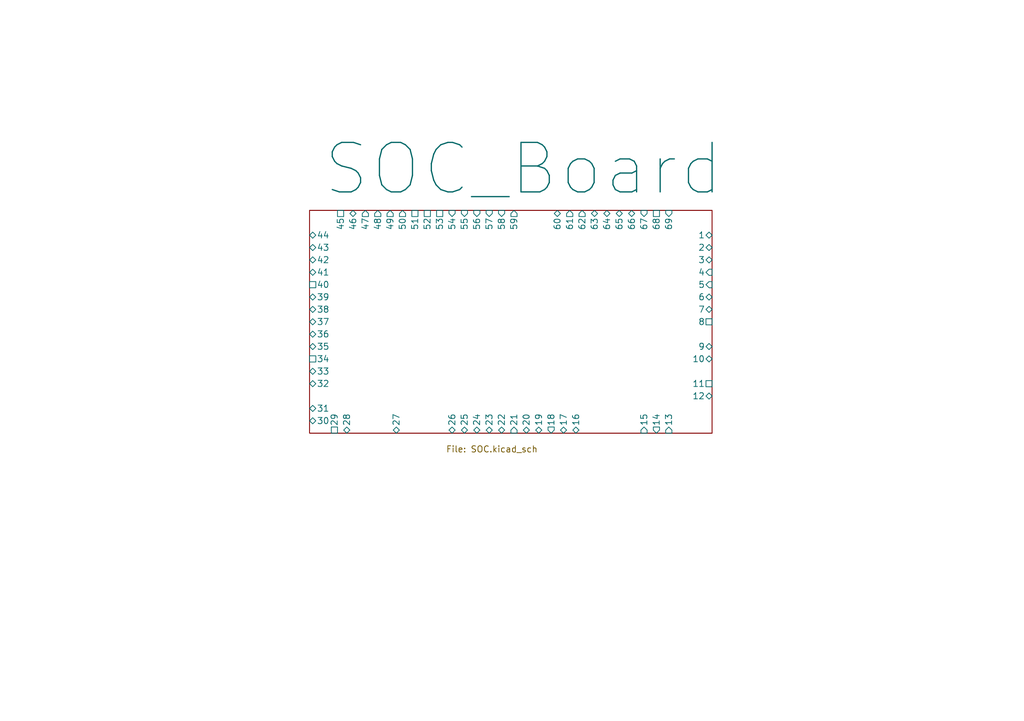
<source format=kicad_sch>
(kicad_sch
	(version 20231120)
	(generator "eeschema")
	(generator_version "8.0")
	(uuid "296a8018-e303-48ec-bf53-ad7d341748c5")
	(paper "A5")
	(lib_symbols)
	(sheet
		(at 63.5 43.18)
		(size 82.55 45.72)
		(stroke
			(width 0.1524)
			(type solid)
		)
		(fill
			(color 0 0 0 0.0000)
		)
		(uuid "d7f86b17-8590-4ed3-897c-0360c7414eba")
		(property "Sheetname" "SOC_Board"
			(at 66.04 40.64 0)
			(effects
				(font
					(size 10.16 10.16)
					(thickness 0.254)
					(bold yes)
				)
				(justify left bottom)
			)
		)
		(property "Sheetfile" "SOC.kicad_sch"
			(at 91.44 91.44 0)
			(effects
				(font
					(size 1.27 1.27)
				)
				(justify left top)
			)
		)
		(pin "37" bidirectional
			(at 63.5 66.04 180)
			(effects
				(font
					(size 1.27 1.27)
				)
				(justify left)
			)
			(uuid "84ef6641-9e26-486f-9e0f-a996d62af472")
		)
		(pin "36" bidirectional
			(at 63.5 68.58 180)
			(effects
				(font
					(size 1.27 1.27)
				)
				(justify left)
			)
			(uuid "9c6c07c5-21d2-4f17-a634-98e84f22ee5c")
		)
		(pin "35" bidirectional
			(at 63.5 71.12 180)
			(effects
				(font
					(size 1.27 1.27)
				)
				(justify left)
			)
			(uuid "65fbad27-9328-47a4-9faf-04b6c60868c4")
		)
		(pin "11" passive
			(at 146.05 78.74 0)
			(effects
				(font
					(size 1.27 1.27)
				)
				(justify right)
			)
			(uuid "e5b27cb0-f1cd-4318-b0d3-cd5c9099a2c1")
		)
		(pin "12" bidirectional
			(at 146.05 81.28 0)
			(effects
				(font
					(size 1.27 1.27)
				)
				(justify right)
			)
			(uuid "1cb53282-448a-494e-b473-4479222ddb12")
		)
		(pin "15" input
			(at 132.08 88.9 270)
			(effects
				(font
					(size 1.27 1.27)
				)
				(justify left)
			)
			(uuid "ccd34310-11e0-47ad-b724-f40dc6660f48")
		)
		(pin "14" output
			(at 134.62 88.9 270)
			(effects
				(font
					(size 1.27 1.27)
				)
				(justify left)
			)
			(uuid "3cd4d418-50ca-4a7a-ab7c-7cc887a79a67")
		)
		(pin "13" input
			(at 137.16 88.9 270)
			(effects
				(font
					(size 1.27 1.27)
				)
				(justify left)
			)
			(uuid "63f3d42a-0269-4f46-9499-fccf776f5d16")
		)
		(pin "10" bidirectional
			(at 146.05 73.66 0)
			(effects
				(font
					(size 1.27 1.27)
				)
				(justify right)
			)
			(uuid "c7b9bad3-d576-46a2-b5b9-3fcee0f2d958")
		)
		(pin "9" bidirectional
			(at 146.05 71.12 0)
			(effects
				(font
					(size 1.27 1.27)
				)
				(justify right)
			)
			(uuid "afe05b5d-5f71-4b21-afdc-31dd19f982c4")
		)
		(pin "8" passive
			(at 146.05 66.04 0)
			(effects
				(font
					(size 1.27 1.27)
				)
				(justify right)
			)
			(uuid "1a1dfde5-f1c7-416e-bab6-e052e0879e00")
		)
		(pin "7" bidirectional
			(at 146.05 63.5 0)
			(effects
				(font
					(size 1.27 1.27)
				)
				(justify right)
			)
			(uuid "f9dfac29-47c7-4fa8-84ff-7da67100bd33")
		)
		(pin "1" bidirectional
			(at 146.05 48.26 0)
			(effects
				(font
					(size 1.27 1.27)
				)
				(justify right)
			)
			(uuid "e3da0169-d501-46a9-8da4-0d473565203f")
		)
		(pin "2" bidirectional
			(at 146.05 50.8 0)
			(effects
				(font
					(size 1.27 1.27)
				)
				(justify right)
			)
			(uuid "d1099d74-a6a9-4aae-91b0-4ddd91a875e0")
		)
		(pin "3" bidirectional
			(at 146.05 53.34 0)
			(effects
				(font
					(size 1.27 1.27)
				)
				(justify right)
			)
			(uuid "70942cc0-b4f3-4067-9719-6c9da37f57fe")
		)
		(pin "5" input
			(at 146.05 58.42 0)
			(effects
				(font
					(size 1.27 1.27)
				)
				(justify right)
			)
			(uuid "35c55c70-4fac-4c97-809e-aabd5de1a750")
		)
		(pin "4" input
			(at 146.05 55.88 0)
			(effects
				(font
					(size 1.27 1.27)
				)
				(justify right)
			)
			(uuid "5c3ef5e3-d2b7-4d20-a7fe-1938a0253de8")
		)
		(pin "6" bidirectional
			(at 146.05 60.96 0)
			(effects
				(font
					(size 1.27 1.27)
				)
				(justify right)
			)
			(uuid "f67e3e99-38dc-407c-a765-567aa1ad0b96")
		)
		(pin "38" bidirectional
			(at 63.5 63.5 180)
			(effects
				(font
					(size 1.27 1.27)
				)
				(justify left)
			)
			(uuid "04220aca-d9a7-4596-9491-a04870c94c5e")
		)
		(pin "41" bidirectional
			(at 63.5 55.88 180)
			(effects
				(font
					(size 1.27 1.27)
				)
				(justify left)
			)
			(uuid "e642d7d6-3311-4dd4-995c-042b9b83f5ee")
		)
		(pin "44" bidirectional
			(at 63.5 48.26 180)
			(effects
				(font
					(size 1.27 1.27)
				)
				(justify left)
			)
			(uuid "6da18561-69ef-4584-9550-4abdf0dffed0")
		)
		(pin "43" bidirectional
			(at 63.5 50.8 180)
			(effects
				(font
					(size 1.27 1.27)
				)
				(justify left)
			)
			(uuid "66730274-764c-42e6-b5a8-2169a3e43fd1")
		)
		(pin "42" bidirectional
			(at 63.5 53.34 180)
			(effects
				(font
					(size 1.27 1.27)
				)
				(justify left)
			)
			(uuid "32ab16c8-46e6-426b-b04f-f033a7ea4425")
		)
		(pin "39" bidirectional
			(at 63.5 60.96 180)
			(effects
				(font
					(size 1.27 1.27)
				)
				(justify left)
			)
			(uuid "2eb65432-12f7-442a-a8aa-407cb69eaa34")
		)
		(pin "32" bidirectional
			(at 63.5 78.74 180)
			(effects
				(font
					(size 1.27 1.27)
				)
				(justify left)
			)
			(uuid "012bf4a6-ee76-4775-b0ee-029b81a11c2a")
		)
		(pin "33" bidirectional
			(at 63.5 76.2 180)
			(effects
				(font
					(size 1.27 1.27)
				)
				(justify left)
			)
			(uuid "c2a9c92b-7053-45d3-adfd-77b66051eb0c")
		)
		(pin "34" passive
			(at 63.5 73.66 180)
			(effects
				(font
					(size 1.27 1.27)
				)
				(justify left)
			)
			(uuid "ebac58ab-ba9a-424b-9da6-2a817e569085")
		)
		(pin "67" input
			(at 132.08 43.18 90)
			(effects
				(font
					(size 1.27 1.27)
				)
				(justify right)
			)
			(uuid "7ad33fd2-95a8-4d31-8cbd-d96629531fc0")
		)
		(pin "68" passive
			(at 134.62 43.18 90)
			(effects
				(font
					(size 1.27 1.27)
				)
				(justify right)
			)
			(uuid "0ab3d055-74d4-464a-b702-21e9e03c3b11")
		)
		(pin "66" bidirectional
			(at 129.54 43.18 90)
			(effects
				(font
					(size 1.27 1.27)
				)
				(justify right)
			)
			(uuid "caae6769-957b-4117-9968-db4316808c80")
		)
		(pin "64" bidirectional
			(at 124.46 43.18 90)
			(effects
				(font
					(size 1.27 1.27)
				)
				(justify right)
			)
			(uuid "700fd7a2-d81d-4b02-a145-f319af801d92")
		)
		(pin "65" bidirectional
			(at 127 43.18 90)
			(effects
				(font
					(size 1.27 1.27)
				)
				(justify right)
			)
			(uuid "0de4b849-3433-4c3d-aa37-0ba9e573a87f")
		)
		(pin "60" bidirectional
			(at 114.3 43.18 90)
			(effects
				(font
					(size 1.27 1.27)
				)
				(justify right)
			)
			(uuid "4036a52f-4650-42f3-a4e5-fafd29acde19")
		)
		(pin "63" bidirectional
			(at 121.92 43.18 90)
			(effects
				(font
					(size 1.27 1.27)
				)
				(justify right)
			)
			(uuid "aa739ca1-5bad-48ae-a792-2157b589e338")
		)
		(pin "62" output
			(at 119.38 43.18 90)
			(effects
				(font
					(size 1.27 1.27)
				)
				(justify right)
			)
			(uuid "2823268d-cffc-49c0-a89f-4d9706ee6658")
		)
		(pin "61" output
			(at 116.84 43.18 90)
			(effects
				(font
					(size 1.27 1.27)
				)
				(justify right)
			)
			(uuid "99702532-ea77-4ee5-841c-2f8145ace57b")
		)
		(pin "69" input
			(at 137.16 43.18 90)
			(effects
				(font
					(size 1.27 1.27)
				)
				(justify right)
			)
			(uuid "943be5e9-6b1d-42c8-a63d-c231f62fbf79")
		)
		(pin "55" input
			(at 95.25 43.18 90)
			(effects
				(font
					(size 1.27 1.27)
				)
				(justify right)
			)
			(uuid "13471804-4e2e-424b-948c-7869c3bf45d0")
		)
		(pin "59" output
			(at 105.41 43.18 90)
			(effects
				(font
					(size 1.27 1.27)
				)
				(justify right)
			)
			(uuid "9d163824-ca1b-4235-a07f-17bc1dc4823b")
		)
		(pin "58" input
			(at 102.87 43.18 90)
			(effects
				(font
					(size 1.27 1.27)
				)
				(justify right)
			)
			(uuid "77e7de8a-9623-41a8-bd21-e62d254c7116")
		)
		(pin "57" input
			(at 100.33 43.18 90)
			(effects
				(font
					(size 1.27 1.27)
				)
				(justify right)
			)
			(uuid "df134968-8579-4fd4-9e59-bb83194b2ec8")
		)
		(pin "50" output
			(at 82.55 43.18 90)
			(effects
				(font
					(size 1.27 1.27)
				)
				(justify right)
			)
			(uuid "c922bdf8-68d0-4183-b76f-a2b7ea27466b")
		)
		(pin "53" passive
			(at 90.17 43.18 90)
			(effects
				(font
					(size 1.27 1.27)
				)
				(justify right)
			)
			(uuid "38a90d33-78f4-457d-8509-b51beaa552f4")
		)
		(pin "56" input
			(at 97.79 43.18 90)
			(effects
				(font
					(size 1.27 1.27)
				)
				(justify right)
			)
			(uuid "18c3dad4-30ca-4be3-9b09-2fdfea371e35")
		)
		(pin "54" input
			(at 92.71 43.18 90)
			(effects
				(font
					(size 1.27 1.27)
				)
				(justify right)
			)
			(uuid "38b68d3f-4eba-4d01-af32-6a339b7ae31e")
		)
		(pin "52" passive
			(at 87.63 43.18 90)
			(effects
				(font
					(size 1.27 1.27)
				)
				(justify right)
			)
			(uuid "ff1e9716-d470-4399-9a77-e11406fc4525")
		)
		(pin "51" passive
			(at 85.09 43.18 90)
			(effects
				(font
					(size 1.27 1.27)
				)
				(justify right)
			)
			(uuid "ac19c838-cb4c-4fd2-94c0-c97636a4b792")
		)
		(pin "25" bidirectional
			(at 95.25 88.9 270)
			(effects
				(font
					(size 1.27 1.27)
				)
				(justify left)
			)
			(uuid "a75c9e05-d859-46f6-92ec-8ec2cf61af12")
		)
		(pin "26" bidirectional
			(at 92.71 88.9 270)
			(effects
				(font
					(size 1.27 1.27)
				)
				(justify left)
			)
			(uuid "b681b97d-d5ae-4a5e-9bd2-2dd9910af9ae")
		)
		(pin "24" bidirectional
			(at 97.79 88.9 270)
			(effects
				(font
					(size 1.27 1.27)
				)
				(justify left)
			)
			(uuid "99db51fb-539f-4a12-8613-6e5cecbd5aca")
		)
		(pin "27" bidirectional
			(at 81.28 88.9 270)
			(effects
				(font
					(size 1.27 1.27)
				)
				(justify left)
			)
			(uuid "7db87794-5071-4847-9ce1-2b8652be6f1a")
		)
		(pin "23" bidirectional
			(at 100.33 88.9 270)
			(effects
				(font
					(size 1.27 1.27)
				)
				(justify left)
			)
			(uuid "b6f0e9ce-2f2b-4b08-83e8-dc40f770f8af")
		)
		(pin "21" input
			(at 105.41 88.9 270)
			(effects
				(font
					(size 1.27 1.27)
				)
				(justify left)
			)
			(uuid "ec8743e0-b77d-46e7-8cfe-3fc762c7e8ba")
		)
		(pin "22" bidirectional
			(at 102.87 88.9 270)
			(effects
				(font
					(size 1.27 1.27)
				)
				(justify left)
			)
			(uuid "8a4fddb1-e94c-4f81-a59a-9bd2745fa133")
		)
		(pin "16" bidirectional
			(at 118.11 88.9 270)
			(effects
				(font
					(size 1.27 1.27)
				)
				(justify left)
			)
			(uuid "70fdfd6f-9847-44ae-840d-26da5a5a5bf6")
		)
		(pin "19" bidirectional
			(at 110.49 88.9 270)
			(effects
				(font
					(size 1.27 1.27)
				)
				(justify left)
			)
			(uuid "fdd6d1aa-d7de-42de-888b-8c6b945f2a2f")
		)
		(pin "17" bidirectional
			(at 115.57 88.9 270)
			(effects
				(font
					(size 1.27 1.27)
				)
				(justify left)
			)
			(uuid "61c5f946-5706-4549-904e-07e8e4b95354")
		)
		(pin "20" bidirectional
			(at 107.95 88.9 270)
			(effects
				(font
					(size 1.27 1.27)
				)
				(justify left)
			)
			(uuid "5fe21837-8d91-466b-aa6b-e5fa34f0b037")
		)
		(pin "18" output
			(at 113.03 88.9 270)
			(effects
				(font
					(size 1.27 1.27)
				)
				(justify left)
			)
			(uuid "3cd5fb50-3866-4b2f-97fb-a23a91fa5949")
		)
		(pin "29" passive
			(at 68.58 88.9 270)
			(effects
				(font
					(size 1.27 1.27)
				)
				(justify left)
			)
			(uuid "40e3400e-fb80-4603-b75e-d93b4fdfcf33")
		)
		(pin "30" bidirectional
			(at 63.5 86.36 180)
			(effects
				(font
					(size 1.27 1.27)
				)
				(justify left)
			)
			(uuid "c3497fca-51b9-40ba-908a-3931223f87de")
		)
		(pin "31" bidirectional
			(at 63.5 83.82 180)
			(effects
				(font
					(size 1.27 1.27)
				)
				(justify left)
			)
			(uuid "c739ed3b-b0f6-4daa-8e35-3d745da9f931")
		)
		(pin "28" bidirectional
			(at 71.12 88.9 270)
			(effects
				(font
					(size 1.27 1.27)
				)
				(justify left)
			)
			(uuid "154ec498-d286-4c1e-b123-429af9cbf555")
		)
		(pin "45" passive
			(at 69.85 43.18 90)
			(effects
				(font
					(size 1.27 1.27)
				)
				(justify right)
			)
			(uuid "32b33c66-fb5b-43af-89b1-99bd3c119d5a")
		)
		(pin "46" bidirectional
			(at 72.39 43.18 90)
			(effects
				(font
					(size 1.27 1.27)
				)
				(justify right)
			)
			(uuid "4730c4a4-5105-4812-9914-86bf596a7f37")
		)
		(pin "48" output
			(at 77.47 43.18 90)
			(effects
				(font
					(size 1.27 1.27)
				)
				(justify right)
			)
			(uuid "5e8029f6-87c5-4732-9246-daa892cf767c")
		)
		(pin "47" output
			(at 74.93 43.18 90)
			(effects
				(font
					(size 1.27 1.27)
				)
				(justify right)
			)
			(uuid "5256b732-eac5-42e2-baa3-953391d77715")
		)
		(pin "49" output
			(at 80.01 43.18 90)
			(effects
				(font
					(size 1.27 1.27)
				)
				(justify right)
			)
			(uuid "2ce75101-755e-46b5-a5c5-133cc75e0d1b")
		)
		(pin "40" passive
			(at 63.5 58.42 180)
			(effects
				(font
					(size 1.27 1.27)
				)
				(justify left)
			)
			(uuid "ed33e685-62cc-4130-922b-e1615be3f81b")
		)
		(instances
			(project "SOC_Board"
				(path "/296a8018-e303-48ec-bf53-ad7d341748c5"
					(page "2")
				)
			)
		)
	)
	(sheet_instances
		(path "/"
			(page "1")
		)
	)
)

</source>
